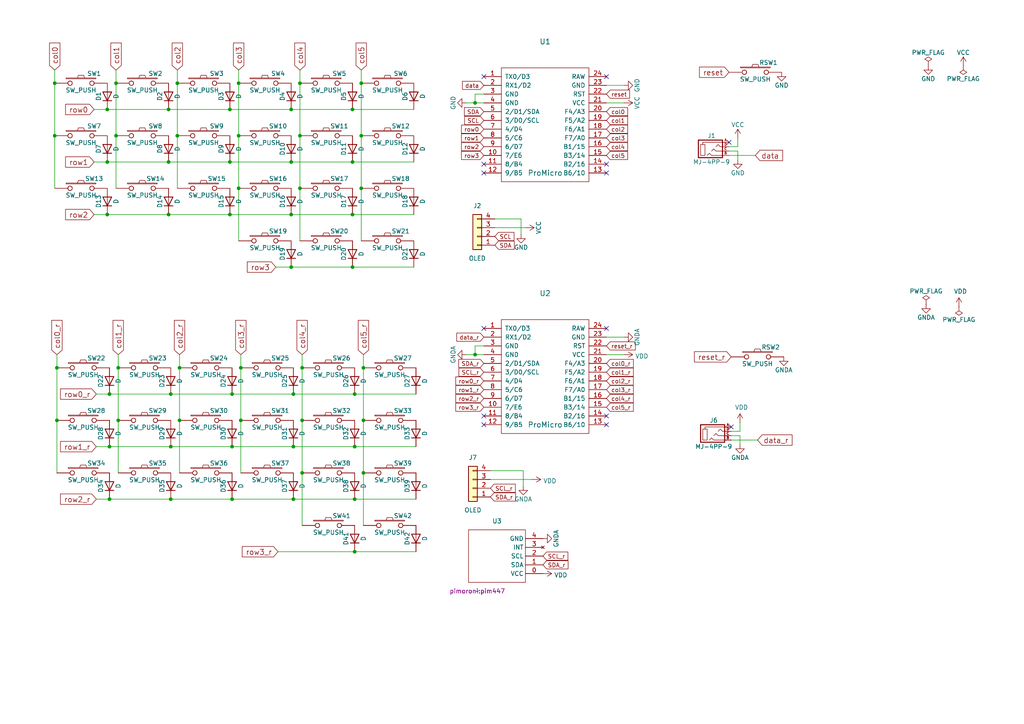
<source format=kicad_sch>
(kicad_sch (version 20230121) (generator eeschema)
  (paper "A4")
  (title_block (title "Corne Light") (date "2020-10-13") (rev "2.0") (company "foostan"))
  (lib_symbols
    (symbol "Connector_Generic:Conn_01x04" (pin_names (offset 1.016) hide)
      (property "Reference" "J" (at 0 5.08 0))
      (property "Value" "Conn_01x04" (at 0 -7.62 0))
      (symbol "Conn_01x04_1_1"
        (rectangle (start -1.27 -4.953) (end 0 -5.207) (stroke (width 0.1524)))
        (rectangle (start -1.27 -2.413) (end 0 -2.667) (stroke (width 0.1524)))
        (rectangle (start -1.27 0.127) (end 0 -0.127) (stroke (width 0.1524)))
        (rectangle (start -1.27 2.667) (end 0 2.413) (stroke (width 0.1524)))
        (rectangle (start -1.27 3.81) (end 1.27 -6.35) (stroke (width 0.254)) (fill (type background)))
        (pin passive line (at -5.08 2.54 0) (length 3.81) (name "Pin_1") (number "1"))
        (pin passive line (at -5.08 0 0) (length 3.81) (name "Pin_2") (number "2"))
        (pin passive line (at -5.08 -2.54 0) (length 3.81) (name "Pin_3") (number "3"))
        (pin passive line (at -5.08 -5.08 0) (length 3.81) (name "Pin_4") (number "4"))
      )
    )
    (symbol "Device:D" (pin_numbers hide) (pin_names (offset 1.016) hide)
      (property "Reference" "D" (at 0 2.54 0))
      (property "Value" "D" (at 0 -2.54 0))
      (symbol "D_0_1"
        (polyline (pts (xy -1.27 1.27) (xy -1.27 -1.27)) (stroke (width 0.254)))
        (polyline (pts (xy 1.27 0) (xy -1.27 0)))
        (polyline (pts (xy 1.27 1.27) (xy 1.27 -1.27) (xy -1.27 0) (xy 1.27 1.27)) (stroke (width 0.254)))
      )
      (symbol "D_1_1"
        (pin passive line (at -3.81 0 0) (length 2.54) (name "K") (number "1"))
        (pin passive line (at 3.81 0 180) (length 2.54) (name "A") (number "2"))
      )
    )
    (symbol "corne-light-rescue:MJ-4PP-9-kbd" (pin_names (offset 1.016))
      (property "Reference" "J" (at 0 3.81 0))
      (property "Value" "kbd_MJ-4PP-9" (at 0 -3.81 0))
      (symbol "MJ-4PP-9-kbd_0_1"
        (rectangle (start -1.905 -1.905) (end -3.175 1.27))
        (polyline (pts (xy -2.54 1.27) (xy -2.54 1.905) (xy 3.175 1.905)))
        (polyline (pts (xy -1.27 -1.905) (xy -0.635 -1.27) (xy 0 -1.905) (xy 3.175 -1.905)))
        (polyline (pts (xy 0 -0.635) (xy 0.635 0) (xy 1.27 -0.635) (xy 3.175 -0.635)))
        (polyline (pts (xy 1.27 0.635) (xy 1.905 1.27) (xy 2.54 0.635) (xy 3.175 0.635)))
        (rectangle (start 3.175 2.54) (end -3.81 -2.54) (stroke (width 0.3048)))
      )
      (symbol "MJ-4PP-9-kbd_1_1"
        (pin input line (at 5.08 1.905 180) (length 2.0066) (name "~") (number "A"))
        (pin input line (at 5.08 -1.905 180) (length 2.0066) (name "~") (number "B"))
        (pin input line (at 5.08 -0.635 180) (length 2.0066) (name "~") (number "C"))
        (pin input line (at 5.08 0.635 180) (length 2.0066) (name "~") (number "D"))
      )
    )
    (symbol "corne-light-rescue:ProMicro-kbd" (pin_names (offset 1.016))
      (property "Reference" "U" (at 0 19.05 0))
      (property "Value" "kbd_ProMicro" (at 0 -19.05 0))
      (symbol "ProMicro-kbd_0_1"
        (rectangle (start -12.7 16.51) (end 12.7 -16.51))
      )
      (symbol "ProMicro-kbd_1_1"
        (pin bidirectional line (at -17.78 13.97 0) (length 5.08) (name "TX0/D3") (number "1"))
        (pin bidirectional line (at -17.78 -8.89 0) (length 5.08) (name "7/E6") (number "10"))
        (pin bidirectional line (at -17.78 -11.43 0) (length 5.08) (name "8/B4") (number "11"))
        (pin bidirectional line (at -17.78 -13.97 0) (length 5.08) (name "9/B5") (number "12"))
        (pin bidirectional line (at 17.78 -13.97 180) (length 5.08) (name "B6/10") (number "13"))
        (pin bidirectional line (at 17.78 -11.43 180) (length 5.08) (name "B2/16") (number "14"))
        (pin bidirectional line (at 17.78 -8.89 180) (length 5.08) (name "B3/14") (number "15"))
        (pin bidirectional line (at 17.78 -6.35 180) (length 5.08) (name "B1/15") (number "16"))
        (pin bidirectional line (at 17.78 -3.81 180) (length 5.08) (name "F7/A0") (number "17"))
        (pin bidirectional line (at 17.78 -1.27 180) (length 5.08) (name "F6/A1") (number "18"))
        (pin bidirectional line (at 17.78 1.27 180) (length 5.08) (name "F5/A2") (number "19"))
        (pin bidirectional line (at -17.78 11.43 0) (length 5.08) (name "RX1/D2") (number "2"))
        (pin bidirectional line (at 17.78 3.81 180) (length 5.08) (name "F4/A3") (number "20"))
        (pin power_in line (at 17.78 6.35 180) (length 5.08) (name "VCC") (number "21"))
        (pin input line (at 17.78 8.89 180) (length 5.08) (name "RST") (number "22"))
        (pin power_in line (at 17.78 11.43 180) (length 5.08) (name "GND") (number "23"))
        (pin power_out line (at 17.78 13.97 180) (length 5.08) (name "RAW") (number "24"))
        (pin power_in line (at -17.78 8.89 0) (length 5.08) (name "GND") (number "3"))
        (pin power_in line (at -17.78 6.35 0) (length 5.08) (name "GND") (number "4"))
        (pin bidirectional line (at -17.78 3.81 0) (length 5.08) (name "2/D1/SDA") (number "5"))
        (pin bidirectional line (at -17.78 1.27 0) (length 5.08) (name "3/D0/SCL") (number "6"))
        (pin bidirectional line (at -17.78 -1.27 0) (length 5.08) (name "4/D4") (number "7"))
        (pin bidirectional line (at -17.78 -3.81 0) (length 5.08) (name "5/C6") (number "8"))
        (pin bidirectional line (at -17.78 -6.35 0) (length 5.08) (name "6/D7") (number "9"))
      )
    )
    (symbol "corne-light-rescue:SW_PUSH-kbd" (pin_numbers hide) (pin_names (offset 1.016) hide)
      (property "Reference" "SW" (at 3.81 2.794 0))
      (property "Value" "kbd_SW_PUSH" (at 0 -2.032 0))
      (symbol "SW_PUSH-kbd_0_1"
        (rectangle (start -4.318 1.27) (end 4.318 1.524))
        (polyline (pts (xy -1.016 1.524) (xy -0.762 2.286) (xy 0.762 2.286) (xy 1.016 1.524)))
        (pin passive inverted (at -7.62 0 0) (length 5.08) (name "1") (number "1"))
        (pin passive inverted (at 7.62 0 180) (length 5.08) (name "2") (number "2"))
      )
    )
    (symbol "pimoroni:PIM447"
      (property "Reference" "U" (at 0 19.05 0))
      (symbol "PIM447_0_1"
        (rectangle (start -13.97 16.51) (end 2.54 1.27))
      )
      (symbol "PIM447_1_1"
        (pin power_in line (at -19.05 13.97 0) (length 5.08) (name "VCC") (number "0"))
        (pin input line (at -19.05 11.43 0) (length 5.08) (name "SDA") (number "1"))
        (pin input line (at -19.05 8.89 0) (length 5.08) (name "SCL") (number "2"))
        (pin no_connect line (at -19.05 6.35 0) (length 5.08) (name "INT") (number "3"))
        (pin power_in line (at -19.05 3.81 0) (length 5.08) (name "GND") (number "4"))
      )
    )
    (symbol "power:GND" (power) (pin_names (offset 0))
      (property "Value" "GND" (at 0 -3.81 0))
      (symbol "GND_0_1"
        (polyline (pts (xy 0 0) (xy 0 -1.27) (xy 1.27 -1.27) (xy 0 -2.54) (xy -1.27 -1.27) (xy 0 -1.27)))
      )
      (symbol "GND_1_1"
        (pin power_in line (at 0 0 270) (length 0) hide (name "GND") (number "1"))
      )
    )
    (symbol "power:GNDA" (power) (pin_names (offset 0))
      (property "Value" "GNDA" (at 0 -3.81 0))
      (symbol "GNDA_0_1"
        (polyline (pts (xy 0 0) (xy 0 -1.27) (xy 1.27 -1.27) (xy 0 -2.54) (xy -1.27 -1.27) (xy 0 -1.27)))
      )
      (symbol "GNDA_1_1"
        (pin power_in line (at 0 0 270) (length 0) hide (name "GNDA") (number "1"))
      )
    )
    (symbol "power:PWR_FLAG" (power) (pin_numbers hide) (pin_names (offset 0) hide)
      (property "Value" "PWR_FLAG" (at 0 3.81 0))
      (symbol "PWR_FLAG_0_0"
        (pin power_out line (at 0 0 90) (length 0) (name "pwr") (number "1"))
      )
      (symbol "PWR_FLAG_0_1"
        (polyline (pts (xy 0 0) (xy 0 1.27) (xy -1.016 1.905) (xy 0 2.54) (xy 1.016 1.905) (xy 0 1.27)))
      )
    )
    (symbol "power:VCC" (power) (pin_names (offset 0))
      (property "Value" "VCC" (at 0 3.81 0))
      (symbol "VCC_0_1"
        (polyline (pts (xy -0.762 1.27) (xy 0 2.54)))
        (polyline (pts (xy 0 0) (xy 0 2.54)))
        (polyline (pts (xy 0 2.54) (xy 0.762 1.27)))
      )
      (symbol "VCC_1_1"
        (pin power_in line (at 0 0 90) (length 0) hide (name "VCC") (number "1"))
      )
    )
    (symbol "power:VDD" (power) (pin_names (offset 0))
      (property "Value" "VDD" (at 0 3.81 0))
      (symbol "VDD_0_1"
        (polyline (pts (xy -0.762 1.27) (xy 0 2.54)))
        (polyline (pts (xy 0 0) (xy 0 2.54)))
        (polyline (pts (xy 0 2.54) (xy 0.762 1.27)))
      )
      (symbol "VDD_1_1"
        (pin power_in line (at 0 0 90) (length 0) hide (name "VDD") (number "1"))
      )
    )
  )
  (junction (at 34.29 106.68))
  (junction (at 105.41 121.92))
  (junction (at 69.215 54.61))
  (junction (at 16.51 106.68))
  (junction (at 104.775 39.37))
  (junction (at 49.53 114.3))
  (junction (at 48.895 62.23))
  (junction (at 48.895 31.75))
  (junction (at 16.51 121.92))
  (junction (at 31.75 114.3))
  (junction (at 69.85 106.68))
  (junction (at 87.63 121.92))
  (junction (at 102.87 144.78))
  (junction (at 87.63 106.68))
  (junction (at 87.63 137.16))
  (junction (at 31.75 129.54))
  (junction (at 102.87 129.54))
  (junction (at 51.435 39.37))
  (junction (at 102.235 46.99))
  (junction (at 31.75 144.78))
  (junction (at 31.115 31.75))
  (junction (at 69.215 24.13))
  (junction (at 66.675 62.23))
  (junction (at 102.87 160.02))
  (junction (at 52.07 106.68))
  (junction (at 69.85 121.92))
  (junction (at 84.455 62.23))
  (junction (at 86.995 39.37))
  (junction (at 67.31 144.78))
  (junction (at 48.895 46.99))
  (junction (at 69.215 39.37))
  (junction (at 52.07 121.92))
  (junction (at 67.31 114.3))
  (junction (at 31.115 62.23))
  (junction (at 105.41 137.16))
  (junction (at 84.455 77.47))
  (junction (at 67.31 129.54))
  (junction (at 104.775 24.13))
  (junction (at 102.235 77.47))
  (junction (at 86.995 24.13))
  (junction (at 31.115 46.99))
  (junction (at 85.09 144.78))
  (junction (at 84.455 31.75))
  (junction (at 137.795 102.87))
  (junction (at 85.09 129.54))
  (junction (at 66.675 31.75))
  (junction (at 85.09 114.3))
  (junction (at 33.655 24.13))
  (junction (at 102.235 31.75))
  (junction (at 49.53 144.78))
  (junction (at 86.995 54.61))
  (junction (at 102.235 62.23))
  (junction (at 137.795 29.845))
  (junction (at 51.435 24.13))
  (junction (at 49.53 129.54))
  (junction (at 34.29 121.92))
  (junction (at 15.875 39.37))
  (junction (at 15.875 24.13))
  (junction (at 102.87 114.3))
  (junction (at 105.41 106.68))
  (junction (at 33.655 39.37))
  (junction (at 104.775 54.61))
  (junction (at 84.455 46.99))
  (junction (at 66.675 46.99))
  (no_connect (at 175.895 22.225))
  (no_connect (at 140.335 47.625))
  (no_connect (at 212.09 123.825))
  (no_connect (at 140.335 95.25))
  (no_connect (at 140.335 50.165))
  (no_connect (at 6.35 -20.955))
  (no_connect (at 175.895 123.19))
  (no_connect (at 175.895 47.625))
  (no_connect (at 175.895 50.165))
  (no_connect (at 175.895 120.65))
  (no_connect (at 211.455 41.275))
  (no_connect (at 140.335 120.65))
  (no_connect (at 140.335 22.225))
  (no_connect (at 175.895 95.25))
  (no_connect (at 140.335 123.19))
  (wire (pts (xy 69.85 106.68) (xy 69.85 121.92)))
  (wire (pts (xy 69.215 54.61) (xy 69.215 69.85)))
  (wire (pts (xy 34.29 102.87) (xy 34.29 106.68)))
  (wire (pts (xy 86.995 24.13) (xy 86.995 39.37)))
  (wire (pts (xy 175.895 29.845) (xy 180.975 29.845)))
  (wire (pts (xy 105.41 106.68) (xy 105.41 121.92)))
  (wire (pts (xy 212.09 125.095) (xy 214.63 125.095)))
  (wire (pts (xy 31.115 46.99) (xy 48.895 46.99)))
  (wire (pts (xy 15.875 20.32) (xy 15.875 24.13)))
  (wire (pts (xy 27.305 31.75) (xy 31.115 31.75)))
  (wire (pts (xy 140.335 100.33) (xy 137.795 100.33)))
  (wire (pts (xy 105.41 121.92) (xy 105.41 137.16)))
  (wire (pts (xy 140.335 27.305) (xy 137.795 27.305)))
  (wire (pts (xy 102.87 144.78) (xy 120.65 144.78)))
  (wire (pts (xy 102.235 77.47) (xy 120.015 77.47)))
  (wire (pts (xy 27.305 62.23) (xy 31.115 62.23)))
  (wire (pts (xy 102.87 129.54) (xy 120.65 129.54)))
  (wire (pts (xy 102.87 114.3) (xy 120.65 114.3)))
  (wire (pts (xy 80.645 160.02) (xy 102.87 160.02)))
  (wire (pts (xy 34.29 106.68) (xy 34.29 121.92)))
  (wire (pts (xy 31.75 129.54) (xy 49.53 129.54)))
  (wire (pts (xy 87.63 106.68) (xy 87.63 121.92)))
  (wire (pts (xy 151.13 67.945) (xy 151.13 63.5)))
  (wire (pts (xy 142.24 139.065) (xy 154.305 139.065)))
  (wire (pts (xy 49.53 129.54) (xy 67.31 129.54)))
  (wire (pts (xy 15.875 39.37) (xy 15.875 54.61)))
  (wire (pts (xy 31.115 31.75) (xy 48.895 31.75)))
  (wire (pts (xy 84.455 46.99) (xy 102.235 46.99)))
  (wire (pts (xy 102.235 46.99) (xy 120.015 46.99)))
  (wire (pts (xy 137.795 29.845) (xy 140.335 29.845)))
  (wire (pts (xy 175.895 24.765) (xy 180.975 24.765)))
  (wire (pts (xy 67.31 114.3) (xy 85.09 114.3)))
  (wire (pts (xy 105.41 102.87) (xy 105.41 106.68)))
  (wire (pts (xy 69.215 20.32) (xy 69.215 24.13)))
  (wire (pts (xy 213.995 42.545) (xy 213.995 40.005)))
  (wire (pts (xy 137.795 102.87) (xy 140.335 102.87)))
  (wire (pts (xy 31.115 62.23) (xy 48.895 62.23)))
  (wire (pts (xy 151.765 136.525) (xy 151.765 140.97)))
  (wire (pts (xy 67.31 144.78) (xy 85.09 144.78)))
  (wire (pts (xy 66.675 46.99) (xy 84.455 46.99)))
  (wire (pts (xy 211.455 42.545) (xy 213.995 42.545)))
  (wire (pts (xy 86.995 54.61) (xy 86.995 69.85)))
  (wire (pts (xy 212.09 127.635) (xy 219.71 127.635)))
  (wire (pts (xy 214.63 126.365) (xy 214.63 128.905)))
  (wire (pts (xy 85.09 129.54) (xy 102.87 129.54)))
  (wire (pts (xy 214.63 125.095) (xy 214.63 122.555)))
  (wire (pts (xy 86.995 39.37) (xy 86.995 54.61)))
  (wire (pts (xy 211.455 45.085) (xy 219.075 45.085)))
  (wire (pts (xy 27.94 129.54) (xy 31.75 129.54)))
  (wire (pts (xy 84.455 62.23) (xy 102.235 62.23)))
  (wire (pts (xy 16.51 121.92) (xy 16.51 137.16)))
  (wire (pts (xy 67.31 129.54) (xy 85.09 129.54)))
  (wire (pts (xy 85.09 114.3) (xy 102.87 114.3)))
  (wire (pts (xy 69.215 24.13) (xy 69.215 39.37)))
  (wire (pts (xy 27.94 144.78) (xy 31.75 144.78)))
  (wire (pts (xy 84.455 77.47) (xy 102.235 77.47)))
  (wire (pts (xy 87.63 102.87) (xy 87.63 106.68)))
  (wire (pts (xy 137.795 100.33) (xy 137.795 102.87)))
  (wire (pts (xy 66.675 62.23) (xy 84.455 62.23)))
  (wire (pts (xy 34.29 121.92) (xy 34.29 137.16)))
  (wire (pts (xy 16.51 102.87) (xy 16.51 106.68)))
  (wire (pts (xy 175.895 102.87) (xy 180.975 102.87)))
  (wire (pts (xy 27.94 114.3) (xy 31.75 114.3)))
  (wire (pts (xy 102.235 62.23) (xy 120.015 62.23)))
  (wire (pts (xy 135.255 102.87) (xy 137.795 102.87)))
  (wire (pts (xy 27.305 46.99) (xy 31.115 46.99)))
  (wire (pts (xy 142.24 136.525) (xy 151.765 136.525)))
  (wire (pts (xy 48.895 62.23) (xy 66.675 62.23)))
  (wire (pts (xy 104.775 39.37) (xy 104.775 54.61)))
  (wire (pts (xy 151.13 63.5) (xy 143.51 63.5)))
  (wire (pts (xy 137.795 27.305) (xy 137.795 29.845)))
  (wire (pts (xy 175.895 97.79) (xy 180.975 97.79)))
  (wire (pts (xy 135.255 29.845) (xy 137.795 29.845)))
  (wire (pts (xy 33.655 24.13) (xy 33.655 39.37)))
  (wire (pts (xy 51.435 20.32) (xy 51.435 24.13)))
  (wire (pts (xy 102.235 31.75) (xy 120.015 31.75)))
  (wire (pts (xy 69.85 121.92) (xy 69.85 137.16)))
  (wire (pts (xy 31.75 144.78) (xy 49.53 144.78)))
  (wire (pts (xy 104.775 24.13) (xy 104.775 39.37)))
  (wire (pts (xy 84.455 31.75) (xy 102.235 31.75)))
  (wire (pts (xy 143.51 66.04) (xy 152.4 66.04)))
  (wire (pts (xy 211.455 43.815) (xy 213.995 43.815)))
  (wire (pts (xy 52.07 121.92) (xy 52.07 137.16)))
  (wire (pts (xy 104.775 54.61) (xy 104.775 69.85)))
  (wire (pts (xy 49.53 114.3) (xy 67.31 114.3)))
  (wire (pts (xy 102.87 160.02) (xy 120.65 160.02)))
  (wire (pts (xy 48.895 46.99) (xy 66.675 46.99)))
  (wire (pts (xy 33.655 39.37) (xy 33.655 54.61)))
  (wire (pts (xy 51.435 39.37) (xy 51.435 54.61)))
  (wire (pts (xy 104.775 20.32) (xy 104.775 24.13)))
  (wire (pts (xy 87.63 121.92) (xy 87.63 137.16)))
  (wire (pts (xy 69.85 102.87) (xy 69.85 106.68)))
  (wire (pts (xy 48.895 31.75) (xy 66.675 31.75)))
  (wire (pts (xy 105.41 137.16) (xy 105.41 152.4)))
  (wire (pts (xy 16.51 106.68) (xy 16.51 121.92)))
  (wire (pts (xy 69.215 39.37) (xy 69.215 54.61)))
  (wire (pts (xy 52.07 102.87) (xy 52.07 106.68)))
  (wire (pts (xy 33.655 20.32) (xy 33.655 24.13)))
  (wire (pts (xy 80.01 77.47) (xy 84.455 77.47)))
  (wire (pts (xy 87.63 137.16) (xy 87.63 152.4)))
  (wire (pts (xy 86.995 20.32) (xy 86.995 24.13)))
  (wire (pts (xy 15.875 24.13) (xy 15.875 39.37)))
  (wire (pts (xy 66.675 31.75) (xy 84.455 31.75)))
  (wire (pts (xy 52.07 106.68) (xy 52.07 121.92)))
  (wire (pts (xy 51.435 24.13) (xy 51.435 39.37)))
  (wire (pts (xy 213.995 43.815) (xy 213.995 46.355)))
  (wire (pts (xy 85.09 144.78) (xy 102.87 144.78)))
  (wire (pts (xy 49.53 144.78) (xy 67.31 144.78)))
  (wire (pts (xy 31.75 114.3) (xy 49.53 114.3)))
  (wire (pts (xy 212.09 126.365) (xy 214.63 126.365)))
  (global_label "row2_r" (shape input) (at 140.335 115.57 180) (effects (font (size 1.1938 1.1938))) (property "Intersheetrefs" "${INTERSHEET_REFS}" (effects hide)))
  (global_label "row0_r" (shape input) (at 27.94 114.3 180) (effects (font (size 1.524 1.524))) (property "Intersheetrefs" "${INTERSHEET_REFS}" (effects hide)))
  (global_label "SCL" (shape input) (at 143.51 68.58 0) (effects (font (size 1.1938 1.1938))) (property "Intersheetrefs" "${INTERSHEET_REFS}" (effects hide)))
  (global_label "reset_r" (shape input) (at 212.09 103.505 180) (effects (font (size 1.524 1.524))) (property "Intersheetrefs" "${INTERSHEET_REFS}" (effects hide)))
  (global_label "SCL_r" (shape input) (at 142.24 141.605 0) (effects (font (size 1.1938 1.1938))) (property "Intersheetrefs" "${INTERSHEET_REFS}" (effects hide)))
  (global_label "col1" (shape input) (at 33.655 20.32 90) (effects (font (size 1.524 1.524))) (property "Intersheetrefs" "${INTERSHEET_REFS}" (effects hide)))
  (global_label "row1_r" (shape input) (at 27.94 129.54 180) (effects (font (size 1.524 1.524))) (property "Intersheetrefs" "${INTERSHEET_REFS}" (effects hide)))
  (global_label "data_r" (shape input) (at 219.71 127.635 0) (effects (font (size 1.524 1.524))) (property "Intersheetrefs" "${INTERSHEET_REFS}" (effects hide)))
  (global_label "reset" (shape input) (at 175.895 27.305 0) (effects (font (size 1.1938 1.1938))) (property "Intersheetrefs" "${INTERSHEET_REFS}" (effects hide)))
  (global_label "row0" (shape input) (at 27.305 31.75 180) (effects (font (size 1.524 1.524))) (property "Intersheetrefs" "${INTERSHEET_REFS}" (effects hide)))
  (global_label "row0" (shape input) (at 140.335 37.465 180) (effects (font (size 1.1938 1.1938))) (property "Intersheetrefs" "${INTERSHEET_REFS}" (effects hide)))
  (global_label "col1_r" (shape input) (at 175.895 107.95 0) (effects (font (size 1.1938 1.1938))) (property "Intersheetrefs" "${INTERSHEET_REFS}" (effects hide)))
  (global_label "col5" (shape input) (at 104.775 20.32 90) (effects (font (size 1.524 1.524))) (property "Intersheetrefs" "${INTERSHEET_REFS}" (effects hide)))
  (global_label "col4_r" (shape input) (at 87.63 102.87 90) (effects (font (size 1.524 1.524))) (property "Intersheetrefs" "${INTERSHEET_REFS}" (effects hide)))
  (global_label "SDA" (shape input) (at 140.335 32.385 180) (effects (font (size 1.1938 1.1938))) (property "Intersheetrefs" "${INTERSHEET_REFS}" (effects hide)))
  (global_label "col4_r" (shape input) (at 175.895 115.57 0) (effects (font (size 1.1938 1.1938))) (property "Intersheetrefs" "${INTERSHEET_REFS}" (effects hide)))
  (global_label "row2" (shape input) (at 27.305 62.23 180) (effects (font (size 1.524 1.524))) (property "Intersheetrefs" "${INTERSHEET_REFS}" (effects hide)))
  (global_label "row1" (shape input) (at 27.305 46.99 180) (effects (font (size 1.524 1.524))) (property "Intersheetrefs" "${INTERSHEET_REFS}" (effects hide)))
  (global_label "row3_r" (shape input) (at 80.645 160.02 180) (effects (font (size 1.524 1.524))) (property "Intersheetrefs" "${INTERSHEET_REFS}" (effects hide)))
  (global_label "col3_r" (shape input) (at 175.895 113.03 0) (effects (font (size 1.1938 1.1938))) (property "Intersheetrefs" "${INTERSHEET_REFS}" (effects hide)))
  (global_label "SDA" (shape input) (at 143.51 71.12 0) (effects (font (size 1.1938 1.1938))) (property "Intersheetrefs" "${INTERSHEET_REFS}" (effects hide)))
  (global_label "col0_r" (shape input) (at 175.895 105.41 0) (effects (font (size 1.1938 1.1938))) (property "Intersheetrefs" "${INTERSHEET_REFS}" (effects hide)))
  (global_label "col1_r" (shape input) (at 34.29 102.87 90) (effects (font (size 1.524 1.524))) (property "Intersheetrefs" "${INTERSHEET_REFS}" (effects hide)))
  (global_label "col0_r" (shape input) (at 16.51 102.87 90) (effects (font (size 1.524 1.524))) (property "Intersheetrefs" "${INTERSHEET_REFS}" (effects hide)))
  (global_label "col2_r" (shape input) (at 52.07 102.87 90) (effects (font (size 1.524 1.524))) (property "Intersheetrefs" "${INTERSHEET_REFS}" (effects hide)))
  (global_label "col1" (shape input) (at 175.895 34.925 0) (effects (font (size 1.1938 1.1938))) (property "Intersheetrefs" "${INTERSHEET_REFS}" (effects hide)))
  (global_label "row3_r" (shape input) (at 140.335 118.11 180) (effects (font (size 1.1938 1.1938))) (property "Intersheetrefs" "${INTERSHEET_REFS}" (effects hide)))
  (global_label "SCL_r" (shape input) (at 157.48 161.29 0) (effects (font (size 1.1938 1.1938))) (property "Intersheetrefs" "${INTERSHEET_REFS}" (effects hide)))
  (global_label "col3_r" (shape input) (at 69.85 102.87 90) (effects (font (size 1.524 1.524))) (property "Intersheetrefs" "${INTERSHEET_REFS}" (effects hide)))
  (global_label "col4" (shape input) (at 86.995 20.32 90) (effects (font (size 1.524 1.524))) (property "Intersheetrefs" "${INTERSHEET_REFS}" (effects hide)))
  (global_label "col4" (shape input) (at 175.895 42.545 0) (effects (font (size 1.1938 1.1938))) (property "Intersheetrefs" "${INTERSHEET_REFS}" (effects hide)))
  (global_label "col3" (shape input) (at 69.215 20.32 90) (effects (font (size 1.524 1.524))) (property "Intersheetrefs" "${INTERSHEET_REFS}" (effects hide)))
  (global_label "SCL" (shape input) (at 140.335 34.925 180) (effects (font (size 1.1938 1.1938))) (property "Intersheetrefs" "${INTERSHEET_REFS}" (effects hide)))
  (global_label "col5" (shape input) (at 175.895 45.085 0) (effects (font (size 1.1938 1.1938))) (property "Intersheetrefs" "${INTERSHEET_REFS}" (effects hide)))
  (global_label "col5_r" (shape input) (at 175.895 118.11 0) (effects (font (size 1.1938 1.1938))) (property "Intersheetrefs" "${INTERSHEET_REFS}" (effects hide)))
  (global_label "col5_r" (shape input) (at 105.41 102.87 90) (effects (font (size 1.524 1.524))) (property "Intersheetrefs" "${INTERSHEET_REFS}" (effects hide)))
  (global_label "SDA_r" (shape input) (at 157.48 163.83 0) (effects (font (size 1.1938 1.1938))) (property "Intersheetrefs" "${INTERSHEET_REFS}" (effects hide)))
  (global_label "col2_r" (shape input) (at 175.895 110.49 0) (effects (font (size 1.1938 1.1938))) (property "Intersheetrefs" "${INTERSHEET_REFS}" (effects hide)))
  (global_label "reset_r" (shape input) (at 175.895 100.33 0) (effects (font (size 1.1938 1.1938))) (property "Intersheetrefs" "${INTERSHEET_REFS}" (effects hide)))
  (global_label "row3" (shape input) (at 80.01 77.47 180) (effects (font (size 1.524 1.524))) (property "Intersheetrefs" "${INTERSHEET_REFS}" (effects hide)))
  (global_label "row2_r" (shape input) (at 27.94 144.78 180) (effects (font (size 1.524 1.524))) (property "Intersheetrefs" "${INTERSHEET_REFS}" (effects hide)))
  (global_label "col3" (shape input) (at 175.895 40.005 0) (effects (font (size 1.1938 1.1938))) (property "Intersheetrefs" "${INTERSHEET_REFS}" (effects hide)))
  (global_label "col2" (shape input) (at 175.895 37.465 0) (effects (font (size 1.1938 1.1938))) (property "Intersheetrefs" "${INTERSHEET_REFS}" (effects hide)))
  (global_label "reset" (shape input) (at 211.455 20.955 180) (effects (font (size 1.524 1.524))) (property "Intersheetrefs" "${INTERSHEET_REFS}" (effects hide)))
  (global_label "SCL_r" (shape input) (at 140.335 107.95 180) (effects (font (size 1.1938 1.1938))) (property "Intersheetrefs" "${INTERSHEET_REFS}" (effects hide)))
  (global_label "SDA_r" (shape input) (at 142.24 144.145 0) (effects (font (size 1.1938 1.1938))) (property "Intersheetrefs" "${INTERSHEET_REFS}" (effects hide)))
  (global_label "SDA_r" (shape input) (at 140.335 105.41 180) (effects (font (size 1.1938 1.1938))) (property "Intersheetrefs" "${INTERSHEET_REFS}" (effects hide)))
  (global_label "row0_r" (shape input) (at 140.335 110.49 180) (effects (font (size 1.1938 1.1938))) (property "Intersheetrefs" "${INTERSHEET_REFS}" (effects hide)))
  (global_label "data" (shape input) (at 219.075 45.085 0) (effects (font (size 1.524 1.524))) (property "Intersheetrefs" "${INTERSHEET_REFS}" (effects hide)))
  (global_label "row3" (shape input) (at 140.335 45.085 180) (effects (font (size 1.1938 1.1938))) (property "Intersheetrefs" "${INTERSHEET_REFS}" (effects hide)))
  (global_label "col0" (shape input) (at 15.875 20.32 90) (effects (font (size 1.524 1.524))) (property "Intersheetrefs" "${INTERSHEET_REFS}" (effects hide)))
  (global_label "data_r" (shape input) (at 140.335 97.79 180) (effects (font (size 1.1938 1.1938))) (property "Intersheetrefs" "${INTERSHEET_REFS}" (effects hide)))
  (global_label "row1" (shape input) (at 140.335 40.005 180) (effects (font (size 1.1938 1.1938))) (property "Intersheetrefs" "${INTERSHEET_REFS}" (effects hide)))
  (global_label "col2" (shape input) (at 51.435 20.32 90) (effects (font (size 1.524 1.524))) (property "Intersheetrefs" "${INTERSHEET_REFS}" (effects hide)))
  (global_label "col0" (shape input) (at 175.895 32.385 0) (effects (font (size 1.1938 1.1938))) (property "Intersheetrefs" "${INTERSHEET_REFS}" (effects hide)))
  (global_label "row1_r" (shape input) (at 140.335 113.03 180) (effects (font (size 1.1938 1.1938))) (property "Intersheetrefs" "${INTERSHEET_REFS}" (effects hide)))
  (global_label "row2" (shape input) (at 140.335 42.545 180) (effects (font (size 1.1938 1.1938))) (property "Intersheetrefs" "${INTERSHEET_REFS}" (effects hide)))
  (global_label "data" (shape input) (at 140.335 24.765 180) (effects (font (size 1.1938 1.1938))) (property "Intersheetrefs" "${INTERSHEET_REFS}" (effects hide)))
  (symbol (lib_id "corne-light-rescue:ProMicro-kbd") (at 158.115 36.195 0) (unit 1)
    (property "Reference" "U1" (at 158.115 12.065 0) (effects (font (size 1.524 1.524))))
    (property "Value" "ProMicro" (at 158.115 50.165 0) (effects (font (size 1.524 1.524))))
    (property "Footprint" "kbd:ProMicro_v3" (effects hide))
  )
  (symbol (lib_id "corne-light-rescue:SW_PUSH-kbd") (at 41.275 24.13 0) (unit 1)
    (property "Reference" "SW2" (at 45.085 21.336 0))
    (property "Value" "SW_PUSH" (at 41.275 26.162 0))
    (property "Footprint" "kbd:CherryMX_ChocV2_1u" (effects hide))
  )
  (symbol (lib_id "Device:D") (at 48.895 27.94 90) (unit 1)
    (property "Reference" "D2" (at 46.355 27.94 0))
    (property "Value" "D" (at 51.435 27.94 0))
    (property "Footprint" "kbd:D3_TH" (effects hide))
  )
  (symbol (lib_id "corne-light-rescue:SW_PUSH-kbd") (at 59.055 24.13 0) (unit 1)
    (property "Reference" "SW3" (at 62.865 21.336 0))
    (property "Value" "SW_PUSH" (at 59.055 26.162 0))
    (property "Footprint" "kbd:CherryMX_ChocV2_1u" (effects hide))
  )
  (symbol (lib_id "Device:D") (at 66.675 27.94 90) (unit 1)
    (property "Reference" "D3" (at 64.135 27.94 0))
    (property "Value" "D" (at 69.215 27.94 0))
    (property "Footprint" "kbd:D3_TH" (effects hide))
  )
  (symbol (lib_id "corne-light-rescue:SW_PUSH-kbd") (at 76.835 24.13 0) (unit 1)
    (property "Reference" "SW4" (at 80.645 21.336 0))
    (property "Value" "SW_PUSH" (at 76.835 26.162 0))
    (property "Footprint" "kbd:CherryMX_ChocV2_1u" (effects hide))
  )
  (symbol (lib_id "corne-light-rescue:SW_PUSH-kbd") (at 94.615 24.13 0) (unit 1)
    (property "Reference" "SW5" (at 98.425 21.336 0))
    (property "Value" "SW_PUSH" (at 94.615 26.162 0))
    (property "Footprint" "kbd:CherryMX_ChocV2_1u" (effects hide))
  )
  (symbol (lib_id "corne-light-rescue:SW_PUSH-kbd") (at 112.395 24.13 0) (unit 1)
    (property "Reference" "SW6" (at 116.205 21.336 0))
    (property "Value" "SW_PUSH" (at 112.395 26.162 0))
    (property "Footprint" "kbd:CherryMX_ChocV2_1u" (effects hide))
  )
  (symbol (lib_id "Device:D") (at 84.455 27.94 90) (unit 1)
    (property "Reference" "D4" (at 81.915 27.94 0))
    (property "Value" "D" (at 86.995 27.94 0))
    (property "Footprint" "kbd:D3_TH" (effects hide))
  )
  (symbol (lib_id "Device:D") (at 102.235 27.94 90) (unit 1)
    (property "Reference" "D5" (at 99.695 27.94 0))
    (property "Value" "D" (at 104.775 27.94 0))
    (property "Footprint" "kbd:D3_TH" (effects hide))
  )
  (symbol (lib_id "Device:D") (at 120.015 27.94 90) (unit 1)
    (property "Reference" "D6" (at 117.475 27.94 0))
    (property "Value" "D" (at 122.555 27.94 0))
    (property "Footprint" "kbd:D3_TH" (effects hide))
  )
  (symbol (lib_id "corne-light-rescue:SW_PUSH-kbd") (at 23.495 24.13 0) (unit 1)
    (property "Reference" "SW1" (at 27.305 21.336 0))
    (property "Value" "SW_PUSH" (at 23.495 26.162 0))
    (property "Footprint" "kbd:CherryMX_ChocV2_1u" (effects hide))
  )
  (symbol (lib_id "Device:D") (at 31.115 27.94 90) (unit 1)
    (property "Reference" "D1" (at 28.575 27.94 0))
    (property "Value" "D" (at 33.655 27.94 0))
    (property "Footprint" "kbd:D3_TH" (effects hide))
  )
  (symbol (lib_id "corne-light-rescue:SW_PUSH-kbd") (at 41.275 39.37 0) (unit 1)
    (property "Reference" "SW8" (at 45.085 36.576 0))
    (property "Value" "SW_PUSH" (at 41.275 41.402 0))
    (property "Footprint" "kbd:CherryMX_ChocV2_1u" (effects hide))
  )
  (symbol (lib_id "Device:D") (at 48.895 43.18 90) (unit 1)
    (property "Reference" "D8" (at 46.355 43.18 0))
    (property "Value" "D" (at 51.435 43.18 0))
    (property "Footprint" "kbd:D3_TH" (effects hide))
  )
  (symbol (lib_id "corne-light-rescue:SW_PUSH-kbd") (at 59.055 39.37 0) (unit 1)
    (property "Reference" "SW9" (at 62.865 36.576 0))
    (property "Value" "SW_PUSH" (at 59.055 41.402 0))
    (property "Footprint" "kbd:CherryMX_ChocV2_1u" (effects hide))
  )
  (symbol (lib_id "Device:D") (at 66.675 43.18 90) (unit 1)
    (property "Reference" "D9" (at 64.135 43.18 0))
    (property "Value" "D" (at 69.215 43.18 0))
    (property "Footprint" "kbd:D3_TH" (effects hide))
  )
  (symbol (lib_id "corne-light-rescue:SW_PUSH-kbd") (at 76.835 39.37 0) (unit 1)
    (property "Reference" "SW10" (at 80.645 36.576 0))
    (property "Value" "SW_PUSH" (at 76.835 41.402 0))
    (property "Footprint" "kbd:CherryMX_ChocV2_1u" (effects hide))
  )
  (symbol (lib_id "corne-light-rescue:SW_PUSH-kbd") (at 94.615 39.37 0) (unit 1)
    (property "Reference" "SW11" (at 98.425 36.576 0))
    (property "Value" "SW_PUSH" (at 94.615 41.402 0))
    (property "Footprint" "kbd:CherryMX_ChocV2_1u" (effects hide))
  )
  (symbol (lib_id "corne-light-rescue:SW_PUSH-kbd") (at 112.395 39.37 0) (unit 1)
    (property "Reference" "SW12" (at 116.205 36.576 0))
    (property "Value" "SW_PUSH" (at 112.395 41.402 0))
    (property "Footprint" "kbd:CherryMX_ChocV2_1u" (effects hide))
  )
  (symbol (lib_id "Device:D") (at 84.455 43.18 90) (unit 1)
    (property "Reference" "D10" (at 81.915 43.18 0))
    (property "Value" "D" (at 86.995 43.18 0))
    (property "Footprint" "kbd:D3_TH" (effects hide))
  )
  (symbol (lib_id "Device:D") (at 102.235 43.18 90) (unit 1)
    (property "Reference" "D11" (at 99.695 43.18 0))
    (property "Value" "D" (at 104.775 43.18 0))
    (property "Footprint" "kbd:D3_TH" (effects hide))
  )
  (symbol (lib_id "Device:D") (at 120.015 43.18 90) (unit 1)
    (property "Reference" "D12" (at 117.475 43.18 0))
    (property "Value" "D" (at 122.555 43.18 0))
    (property "Footprint" "kbd:D3_TH" (effects hide))
  )
  (symbol (lib_id "corne-light-rescue:SW_PUSH-kbd") (at 23.495 39.37 0) (unit 1)
    (property "Reference" "SW7" (at 27.305 36.576 0))
    (property "Value" "SW_PUSH" (at 23.495 41.402 0))
    (property "Footprint" "kbd:CherryMX_ChocV2_1u" (effects hide))
  )
  (symbol (lib_id "Device:D") (at 31.115 43.18 90) (unit 1)
    (property "Reference" "D7" (at 28.575 43.18 0))
    (property "Value" "D" (at 33.655 43.18 0))
    (property "Footprint" "kbd:D3_TH" (effects hide))
  )
  (symbol (lib_id "corne-light-rescue:SW_PUSH-kbd") (at 41.275 54.61 0) (unit 1)
    (property "Reference" "SW14" (at 45.085 51.816 0))
    (property "Value" "SW_PUSH" (at 41.275 56.642 0))
    (property "Footprint" "kbd:CherryMX_ChocV2_1u" (effects hide))
  )
  (symbol (lib_id "Device:D") (at 48.895 58.42 90) (unit 1)
    (property "Reference" "D14" (at 46.355 58.42 0))
    (property "Value" "D" (at 51.435 58.42 0))
    (property "Footprint" "kbd:D3_TH" (effects hide))
  )
  (symbol (lib_id "corne-light-rescue:SW_PUSH-kbd") (at 59.055 54.61 0) (unit 1)
    (property "Reference" "SW15" (at 62.865 51.816 0))
    (property "Value" "SW_PUSH" (at 59.055 56.642 0))
    (property "Footprint" "kbd:CherryMX_ChocV2_1u" (effects hide))
  )
  (symbol (lib_id "Device:D") (at 66.675 58.42 90) (unit 1)
    (property "Reference" "D15" (at 64.135 58.42 0))
    (property "Value" "D" (at 69.215 58.42 0))
    (property "Footprint" "kbd:D3_TH" (effects hide))
  )
  (symbol (lib_id "corne-light-rescue:SW_PUSH-kbd") (at 76.835 54.61 0) (unit 1)
    (property "Reference" "SW16" (at 80.645 51.816 0))
    (property "Value" "SW_PUSH" (at 76.835 56.642 0))
    (property "Footprint" "kbd:CherryMX_ChocV2_1u" (effects hide))
  )
  (symbol (lib_id "corne-light-rescue:SW_PUSH-kbd") (at 94.615 54.61 0) (unit 1)
    (property "Reference" "SW17" (at 98.425 51.816 0))
    (property "Value" "SW_PUSH" (at 94.615 56.642 0))
    (property "Footprint" "kbd:CherryMX_ChocV2_1u" (effects hide))
  )
  (symbol (lib_id "corne-light-rescue:SW_PUSH-kbd") (at 112.395 54.61 0) (unit 1)
    (property "Reference" "SW18" (at 116.205 51.816 0))
    (property "Value" "SW_PUSH" (at 112.395 56.642 0))
    (property "Footprint" "kbd:CherryMX_ChocV2_1u" (effects hide))
  )
  (symbol (lib_id "Device:D") (at 84.455 58.42 90) (unit 1)
    (property "Reference" "D16" (at 81.915 58.42 0))
    (property "Value" "D" (at 86.995 58.42 0))
    (property "Footprint" "kbd:D3_TH" (effects hide))
  )
  (symbol (lib_id "Device:D") (at 102.235 58.42 90) (unit 1)
    (property "Reference" "D17" (at 99.695 58.42 0))
    (property "Value" "D" (at 104.775 58.42 0))
    (property "Footprint" "kbd:D3_TH" (effects hide))
  )
  (symbol (lib_id "Device:D") (at 120.015 58.42 90) (unit 1)
    (property "Reference" "D18" (at 117.475 58.42 0))
    (property "Value" "D" (at 122.555 58.42 0))
    (property "Footprint" "kbd:D3_TH" (effects hide))
  )
  (symbol (lib_id "corne-light-rescue:SW_PUSH-kbd") (at 23.495 54.61 0) (unit 1)
    (property "Reference" "SW13" (at 27.305 51.816 0))
    (property "Value" "SW_PUSH" (at 23.495 56.642 0))
    (property "Footprint" "kbd:CherryMX_ChocV2_1u" (effects hide))
  )
  (symbol (lib_id "Device:D") (at 31.115 58.42 90) (unit 1)
    (property "Reference" "D13" (at 28.575 58.42 0))
    (property "Value" "D" (at 33.655 58.42 0))
    (property "Footprint" "kbd:D3_TH" (effects hide))
  )
  (symbol (lib_id "corne-light-rescue:SW_PUSH-kbd") (at 94.615 69.85 0) (unit 1)
    (property "Reference" "SW20" (at 98.425 67.056 0))
    (property "Value" "SW_PUSH" (at 94.615 71.882 0))
    (property "Footprint" "kbd:CherryMX_ChocV2_1u" (effects hide))
  )
  (symbol (lib_id "Device:D") (at 102.235 73.66 90) (unit 1)
    (property "Reference" "D20" (at 99.695 73.66 0))
    (property "Value" "D" (at 104.775 73.66 0))
    (property "Footprint" "kbd:D3_TH" (effects hide))
  )
  (symbol (lib_id "corne-light-rescue:SW_PUSH-kbd") (at 112.395 69.85 0) (unit 1)
    (property "Reference" "SW21" (at 116.205 67.056 0))
    (property "Value" "SW_PUSH" (at 112.395 71.882 0))
    (property "Footprint" "kbd:CherryMX_ChocV2_1.5u" (effects hide))
  )
  (symbol (lib_id "Device:D") (at 120.015 73.66 90) (unit 1)
    (property "Reference" "D21" (at 117.475 73.66 0))
    (property "Value" "D" (at 122.555 73.66 0))
    (property "Footprint" "kbd:D3_TH" (effects hide))
  )
  (symbol (lib_id "corne-light-rescue:SW_PUSH-kbd") (at 76.835 69.85 0) (unit 1)
    (property "Reference" "SW19" (at 80.645 67.056 0))
    (property "Value" "SW_PUSH" (at 76.835 71.882 0))
    (property "Footprint" "kbd:CherryMX_ChocV2_1u" (effects hide))
  )
  (symbol (lib_id "Device:D") (at 84.455 73.66 90) (unit 1)
    (property "Reference" "D19" (at 81.915 73.66 0))
    (property "Value" "D" (at 86.995 73.66 0))
    (property "Footprint" "kbd:D3_TH" (effects hide))
  )
  (symbol (lib_id "power:GND") (at 180.975 24.765 90) (unit 1)
    (property "Reference" "#PWR03" (effects hide))
    (property "Value" "GND" (at 184.785 24.765 0))
  )
  (symbol (lib_id "power:VCC") (at 180.975 29.845 270) (unit 1)
    (property "Reference" "#PWR05" (effects hide))
    (property "Value" "VCC" (at 184.785 29.845 0))
  )
  (symbol (lib_id "power:GND") (at 135.255 29.845 270) (unit 1)
    (property "Reference" "#PWR04" (effects hide))
    (property "Value" "GND" (at 131.445 29.845 0))
  )
  (symbol (lib_id "power:GND") (at 269.24 19.05 0) (unit 1)
    (property "Reference" "#PWR01" (effects hide))
    (property "Value" "GND" (at 269.24 22.86 0))
  )
  (symbol (lib_id "power:VCC") (at 279.4 19.05 0) (unit 1)
    (property "Reference" "#PWR02" (effects hide))
    (property "Value" "VCC" (at 279.4 15.24 0))
  )
  (symbol (lib_id "power:PWR_FLAG") (at 279.4 19.05 180) (unit 1)
    (property "Reference" "#FLG02" (effects hide))
    (property "Value" "PWR_FLAG" (at 279.4 22.86 0))
  )
  (symbol (lib_id "power:PWR_FLAG") (at 269.24 19.05 0) (unit 1)
    (property "Reference" "#FLG01" (effects hide))
    (property "Value" "PWR_FLAG" (at 269.24 15.24 0))
  )
  (symbol (lib_id "corne-light-rescue:SW_PUSH-kbd") (at 219.075 20.955 0) (unit 1)
    (property "Reference" "RSW1" (at 222.885 18.161 0))
    (property "Value" "SW_PUSH" (at 219.075 22.987 0))
    (property "Footprint" "kbd:ResetSW_1side" (effects hide))
  )
  (symbol (lib_id "power:GND") (at 226.695 20.955 0) (unit 1)
    (property "Reference" "#PWR07" (effects hide))
    (property "Value" "GND" (at 226.695 24.765 0))
  )
  (symbol (lib_id "power:VCC") (at 213.995 40.005 0) (unit 1)
    (property "Reference" "#PWR06" (effects hide))
    (property "Value" "VCC" (at 213.995 36.195 0))
  )
  (symbol (lib_id "power:GND") (at 213.995 46.355 0) (unit 1)
    (property "Reference" "#PWR08" (effects hide))
    (property "Value" "GND" (at 213.995 50.165 0))
  )
  (symbol (lib_id "Connector_Generic:Conn_01x04") (at 138.43 68.58 180) (unit 1)
    (property "Reference" "J2" (at 138.43 59.69 0))
    (property "Value" "OLED" (at 138.43 74.93 0))
    (property "Footprint" "kbd:OLED_1side" (effects hide))
  )
  (symbol (lib_id "power:GND") (at 151.13 67.945 0) (unit 1)
    (property "Reference" "#PWR019" (effects hide))
    (property "Value" "GND" (at 151.13 71.755 0))
  )
  (symbol (lib_id "power:VCC") (at 152.4 66.04 270) (unit 1)
    (property "Reference" "#PWR018" (effects hide))
    (property "Value" "VCC" (at 156.21 66.04 0))
  )
  (symbol (lib_id "corne-light-rescue:MJ-4PP-9-kbd") (at 206.375 43.18 0) (unit 1)
    (property "Reference" "J1" (at 206.375 39.37 0))
    (property "Value" "MJ-4PP-9" (at 206.375 46.99 0))
    (property "Footprint" "kbd:MJ-4PP-9_1side" (effects hide))
  )
  (symbol (lib_id "corne-light-rescue:ProMicro-kbd") (at 158.115 109.22 0) (unit 1)
    (property "Reference" "U2" (at 158.115 85.09 0) (effects (font (size 1.524 1.524))))
    (property "Value" "ProMicro" (at 158.115 123.19 0) (effects (font (size 1.524 1.524))))
    (property "Footprint" "kbd:ProMicro_v3" (effects hide))
  )
  (symbol (lib_id "corne-light-rescue:SW_PUSH-kbd") (at 41.91 106.68 0) (unit 1)
    (property "Reference" "SW23" (at 45.72 103.886 0))
    (property "Value" "SW_PUSH" (at 41.91 108.712 0))
    (property "Footprint" "kbd:CherryMX_ChocV2_1u" (effects hide))
  )
  (symbol (lib_id "Device:D") (at 49.53 110.49 90) (unit 1)
    (property "Reference" "D23" (at 46.99 110.49 0))
    (property "Value" "D" (at 52.07 110.49 0))
    (property "Footprint" "kbd:D3_TH" (effects hide))
  )
  (symbol (lib_id "corne-light-rescue:SW_PUSH-kbd") (at 59.69 106.68 0) (unit 1)
    (property "Reference" "SW24" (at 63.5 103.886 0))
    (property "Value" "SW_PUSH" (at 59.69 108.712 0))
    (property "Footprint" "kbd:CherryMX_ChocV2_1u" (effects hide))
  )
  (symbol (lib_id "Device:D") (at 67.31 110.49 90) (unit 1)
    (property "Reference" "D24" (at 64.77 110.49 0))
    (property "Value" "D" (at 69.85 110.49 0))
    (property "Footprint" "kbd:D3_TH" (effects hide))
  )
  (symbol (lib_id "corne-light-rescue:SW_PUSH-kbd") (at 77.47 106.68 0) (unit 1)
    (property "Reference" "SW25" (at 81.28 103.886 0))
    (property "Value" "SW_PUSH" (at 77.47 108.712 0))
    (property "Footprint" "kbd:CherryMX_ChocV2_1u" (effects hide))
  )
  (symbol (lib_id "corne-light-rescue:SW_PUSH-kbd") (at 95.25 106.68 0) (unit 1)
    (property "Reference" "SW26" (at 99.06 103.886 0))
    (property "Value" "SW_PUSH" (at 95.25 108.712 0))
    (property "Footprint" "kbd:CherryMX_ChocV2_1u" (effects hide))
  )
  (symbol (lib_id "corne-light-rescue:SW_PUSH-kbd") (at 113.03 106.68 0) (unit 1)
    (property "Reference" "SW27" (at 116.84 103.886 0))
    (property "Value" "SW_PUSH" (at 113.03 108.712 0))
    (property "Footprint" "kbd:CherryMX_ChocV2_1u" (effects hide))
  )
  (symbol (lib_id "Device:D") (at 85.09 110.49 90) (unit 1)
    (property "Reference" "D25" (at 82.55 110.49 0))
    (property "Value" "D" (at 87.63 110.49 0))
    (property "Footprint" "kbd:D3_TH" (effects hide))
  )
  (symbol (lib_id "Device:D") (at 102.87 110.49 90) (unit 1)
    (property "Reference" "D26" (at 100.33 110.49 0))
    (property "Value" "D" (at 105.41 110.49 0))
    (property "Footprint" "kbd:D3_TH" (effects hide))
  )
  (symbol (lib_id "Device:D") (at 120.65 110.49 90) (unit 1)
    (property "Reference" "D27" (at 118.11 110.49 0))
    (property "Value" "D" (at 123.19 110.49 0))
    (property "Footprint" "kbd:D3_TH" (effects hide))
  )
  (symbol (lib_id "corne-light-rescue:SW_PUSH-kbd") (at 24.13 106.68 0) (unit 1)
    (property "Reference" "SW22" (at 27.94 103.886 0))
    (property "Value" "SW_PUSH" (at 24.13 108.712 0))
    (property "Footprint" "kbd:CherryMX_ChocV2_1u" (effects hide))
  )
  (symbol (lib_id "Device:D") (at 31.75 110.49 90) (unit 1)
    (property "Reference" "D22" (at 29.21 110.49 0))
    (property "Value" "D" (at 34.29 110.49 0))
    (property "Footprint" "kbd:D3_TH" (effects hide))
  )
  (symbol (lib_id "corne-light-rescue:SW_PUSH-kbd") (at 41.91 121.92 0) (unit 1)
    (property "Reference" "SW29" (at 45.72 119.126 0))
    (property "Value" "SW_PUSH" (at 41.91 123.952 0))
    (property "Footprint" "kbd:CherryMX_ChocV2_1u" (effects hide))
  )
  (symbol (lib_id "Device:D") (at 49.53 125.73 90) (unit 1)
    (property "Reference" "D29" (at 46.99 125.73 0))
    (property "Value" "D" (at 52.07 125.73 0))
    (property "Footprint" "kbd:D3_TH" (effects hide))
  )
  (symbol (lib_id "corne-light-rescue:SW_PUSH-kbd") (at 59.69 121.92 0) (unit 1)
    (property "Reference" "SW30" (at 63.5 119.126 0))
    (property "Value" "SW_PUSH" (at 59.69 123.952 0))
    (property "Footprint" "kbd:CherryMX_ChocV2_1u" (effects hide))
  )
  (symbol (lib_id "Device:D") (at 67.31 125.73 90) (unit 1)
    (property "Reference" "D30" (at 64.77 125.73 0))
    (property "Value" "D" (at 69.85 125.73 0))
    (property "Footprint" "kbd:D3_TH" (effects hide))
  )
  (symbol (lib_id "corne-light-rescue:SW_PUSH-kbd") (at 77.47 121.92 0) (unit 1)
    (property "Reference" "SW31" (at 81.28 119.126 0))
    (property "Value" "SW_PUSH" (at 77.47 123.952 0))
    (property "Footprint" "kbd:CherryMX_ChocV2_1u" (effects hide))
  )
  (symbol (lib_id "corne-light-rescue:SW_PUSH-kbd") (at 95.25 121.92 0) (unit 1)
    (property "Reference" "SW32" (at 99.06 119.126 0))
    (property "Value" "SW_PUSH" (at 95.25 123.952 0))
    (property "Footprint" "kbd:CherryMX_ChocV2_1u" (effects hide))
  )
  (symbol (lib_id "corne-light-rescue:SW_PUSH-kbd") (at 113.03 121.92 0) (unit 1)
    (property "Reference" "SW33" (at 116.84 119.126 0))
    (property "Value" "SW_PUSH" (at 113.03 123.952 0))
    (property "Footprint" "kbd:CherryMX_ChocV2_1u" (effects hide))
  )
  (symbol (lib_id "Device:D") (at 85.09 125.73 90) (unit 1)
    (property "Reference" "D31" (at 82.55 125.73 0))
    (property "Value" "D" (at 87.63 125.73 0))
    (property "Footprint" "kbd:D3_TH" (effects hide))
  )
  (symbol (lib_id "Device:D") (at 102.87 125.73 90) (unit 1)
    (property "Reference" "D32" (at 100.33 125.73 0))
    (property "Value" "D" (at 105.41 125.73 0))
    (property "Footprint" "kbd:D3_TH" (effects hide))
  )
  (symbol (lib_id "Device:D") (at 120.65 125.73 90) (unit 1)
    (property "Reference" "D33" (at 118.11 125.73 0))
    (property "Value" "D" (at 123.19 125.73 0))
    (property "Footprint" "kbd:D3_TH" (effects hide))
  )
  (symbol (lib_id "corne-light-rescue:SW_PUSH-kbd") (at 24.13 121.92 0) (unit 1)
    (property "Reference" "SW28" (at 27.94 119.126 0))
    (property "Value" "SW_PUSH" (at 24.13 123.952 0))
    (property "Footprint" "kbd:CherryMX_ChocV2_1u" (effects hide))
  )
  (symbol (lib_id "Device:D") (at 31.75 125.73 90) (unit 1)
    (property "Reference" "D28" (at 29.21 125.73 0))
    (property "Value" "D" (at 34.29 125.73 0))
    (property "Footprint" "kbd:D3_TH" (effects hide))
  )
  (symbol (lib_id "corne-light-rescue:SW_PUSH-kbd") (at 41.91 137.16 0) (unit 1)
    (property "Reference" "SW35" (at 45.72 134.366 0))
    (property "Value" "SW_PUSH" (at 41.91 139.192 0))
    (property "Footprint" "kbd:CherryMX_ChocV2_1u" (effects hide))
  )
  (symbol (lib_id "Device:D") (at 49.53 140.97 90) (unit 1)
    (property "Reference" "D35" (at 46.99 140.97 0))
    (property "Value" "D" (at 52.07 140.97 0))
    (property "Footprint" "kbd:D3_TH" (effects hide))
  )
  (symbol (lib_id "corne-light-rescue:SW_PUSH-kbd") (at 59.69 137.16 0) (unit 1)
    (property "Reference" "SW36" (at 63.5 134.366 0))
    (property "Value" "SW_PUSH" (at 59.69 139.192 0))
    (property "Footprint" "kbd:CherryMX_ChocV2_1u" (effects hide))
  )
  (symbol (lib_id "Device:D") (at 67.31 140.97 90) (unit 1)
    (property "Reference" "D36" (at 64.77 140.97 0))
    (property "Value" "D" (at 69.85 140.97 0))
    (property "Footprint" "kbd:D3_TH" (effects hide))
  )
  (symbol (lib_id "corne-light-rescue:SW_PUSH-kbd") (at 77.47 137.16 0) (unit 1)
    (property "Reference" "SW37" (at 81.28 134.366 0))
    (property "Value" "SW_PUSH" (at 77.47 139.192 0))
    (property "Footprint" "kbd:CherryMX_ChocV2_1u" (effects hide))
  )
  (symbol (lib_id "corne-light-rescue:SW_PUSH-kbd") (at 95.25 137.16 0) (unit 1)
    (property "Reference" "SW38" (at 99.06 134.366 0))
    (property "Value" "SW_PUSH" (at 95.25 139.192 0))
    (property "Footprint" "kbd:CherryMX_ChocV2_1u" (effects hide))
  )
  (symbol (lib_id "corne-light-rescue:SW_PUSH-kbd") (at 113.03 137.16 0) (unit 1)
    (property "Reference" "SW39" (at 116.84 134.366 0))
    (property "Value" "SW_PUSH" (at 113.03 139.192 0))
    (property "Footprint" "kbd:CherryMX_ChocV2_1u" (effects hide))
  )
  (symbol (lib_id "Device:D") (at 85.09 140.97 90) (unit 1)
    (property "Reference" "D37" (at 82.55 140.97 0))
    (property "Value" "D" (at 87.63 140.97 0))
    (property "Footprint" "kbd:D3_TH" (effects hide))
  )
  (symbol (lib_id "Device:D") (at 102.87 140.97 90) (unit 1)
    (property "Reference" "D38" (at 100.33 140.97 0))
    (property "Value" "D" (at 105.41 140.97 0))
    (property "Footprint" "kbd:D3_TH" (effects hide))
  )
  (symbol (lib_id "Device:D") (at 120.65 140.97 90) (unit 1)
    (property "Reference" "D39" (at 118.11 140.97 0))
    (property "Value" "D" (at 123.19 140.97 0))
    (property "Footprint" "kbd:D3_TH" (effects hide))
  )
  (symbol (lib_id "corne-light-rescue:SW_PUSH-kbd") (at 24.13 137.16 0) (unit 1)
    (property "Reference" "SW34" (at 27.94 134.366 0))
    (property "Value" "SW_PUSH" (at 24.13 139.192 0))
    (property "Footprint" "kbd:CherryMX_ChocV2_1u" (effects hide))
  )
  (symbol (lib_id "Device:D") (at 31.75 140.97 90) (unit 1)
    (property "Reference" "D34" (at 29.21 140.97 0))
    (property "Value" "D" (at 34.29 140.97 0))
    (property "Footprint" "kbd:D3_TH" (effects hide))
  )
  (symbol (lib_id "corne-light-rescue:SW_PUSH-kbd") (at 95.25 152.4 0) (unit 1)
    (property "Reference" "SW41" (at 99.06 149.606 0))
    (property "Value" "SW_PUSH" (at 95.25 154.432 0))
    (property "Footprint" "kbd:CherryMX_ChocV2_1u" (effects hide))
  )
  (symbol (lib_id "Device:D") (at 102.87 156.21 90) (unit 1)
    (property "Reference" "D41" (at 100.33 156.21 0))
    (property "Value" "D" (at 105.41 156.21 0))
    (property "Footprint" "kbd:D3_TH" (effects hide))
  )
  (symbol (lib_id "corne-light-rescue:SW_PUSH-kbd") (at 113.03 152.4 0) (unit 1)
    (property "Reference" "SW42" (at 116.84 149.606 0))
    (property "Value" "SW_PUSH" (at 113.03 154.432 0))
    (property "Footprint" "kbd:CherryMX_ChocV2_1.5u" (effects hide))
  )
  (symbol (lib_id "Device:D") (at 120.65 156.21 90) (unit 1)
    (property "Reference" "D42" (at 118.11 156.21 0))
    (property "Value" "D" (at 123.19 156.21 0))
    (property "Footprint" "kbd:D3_TH" (effects hide))
  )
  (symbol (lib_id "power:GNDA") (at 180.975 97.79 90) (unit 1)
    (property "Reference" "#PWR0101" (effects hide))
    (property "Value" "GNDA" (at 184.785 97.79 0))
  )
  (symbol (lib_id "power:GNDA") (at 135.255 102.87 270) (unit 1)
    (property "Reference" "#PWR0102" (effects hide))
    (property "Value" "GNDA" (at 131.445 102.87 0))
  )
  (symbol (lib_id "corne-light-rescue:SW_PUSH-kbd") (at 219.71 103.505 0) (unit 1)
    (property "Reference" "RSW2" (at 223.52 100.711 0))
    (property "Value" "SW_PUSH" (at 219.71 105.537 0))
    (property "Footprint" "kbd:ResetSW_1side" (effects hide))
  )
  (symbol (lib_id "power:GNDA") (at 227.33 103.505 0) (unit 1)
    (property "Reference" "#PWR0103" (effects hide))
    (property "Value" "GNDA" (at 227.33 107.315 0))
  )
  (symbol (lib_id "power:GNDA") (at 214.63 128.905 0) (unit 1)
    (property "Reference" "#PWR0105" (effects hide))
    (property "Value" "GNDA" (at 214.63 132.715 0))
  )
  (symbol (lib_id "Connector_Generic:Conn_01x04") (at 137.16 141.605 180) (unit 1)
    (property "Reference" "J7" (at 137.16 132.715 0))
    (property "Value" "OLED" (at 137.16 147.955 0))
    (property "Footprint" "kbd:OLED_1side" (effects hide))
  )
  (symbol (lib_id "power:GNDA") (at 151.765 140.97 0) (unit 1)
    (property "Reference" "#PWR0106" (effects hide))
    (property "Value" "GNDA" (at 151.765 144.78 0))
  )
  (symbol (lib_id "corne-light-rescue:MJ-4PP-9-kbd") (at 207.01 125.73 0) (unit 1)
    (property "Reference" "J6" (at 207.01 121.92 0))
    (property "Value" "MJ-4PP-9" (at 207.01 129.54 0))
    (property "Footprint" "kbd:MJ-4PP-9_1side" (effects hide))
  )
  (symbol (lib_id "power:VDD") (at 180.975 102.87 270) (unit 1)
    (property "Reference" "#PWR0104" (effects hide))
    (property "Value" "VDD" (at 184.2262 103.3018 90) (effects (justify left)))
  )
  (symbol (lib_id "power:VDD") (at 154.305 139.065 270) (unit 1)
    (property "Reference" "#PWR0107" (effects hide))
    (property "Value" "VDD" (at 157.5562 139.4968 90) (effects (justify left)))
  )
  (symbol (lib_id "power:VDD") (at 214.63 122.555 0) (unit 1)
    (property "Reference" "#PWR0113" (effects hide))
    (property "Value" "VDD" (at 215.0618 118.1608 0))
  )
  (symbol (lib_id "power:PWR_FLAG") (at 278.13 88.9 180) (unit 1)
    (property "Reference" "#FLG0101" (effects hide))
    (property "Value" "PWR_FLAG" (at 278.13 92.71 0))
  )
  (symbol (lib_id "power:VDD") (at 278.13 88.9 0) (unit 1)
    (property "Reference" "#PWR0115" (effects hide))
    (property "Value" "VDD" (at 278.5618 84.5058 0))
  )
  (symbol (lib_id "power:GNDA") (at 268.605 88.265 0) (unit 1)
    (property "Reference" "#PWR0108" (effects hide))
    (property "Value" "GNDA" (at 268.605 92.075 0))
  )
  (symbol (lib_id "power:PWR_FLAG") (at 268.605 88.265 0) (unit 1)
    (property "Reference" "#FLG0102" (effects hide))
    (property "Value" "PWR_FLAG" (at 268.605 84.455 0))
  )
  (symbol (lib_id "power:GNDA") (at 157.48 156.21 90) (unit 1)
    (property "Reference" "#PWR09" (effects hide))
    (property "Value" "GNDA" (at 161.29 156.21 0))
  )
  (symbol (lib_id "pimoroni:PIM447") (at 138.43 152.4 180) (unit 1)
    (property "Reference" "U3" (at 144.145 151.13 0))
    (property "Value" "~" (at 138.43 171.45 0))
    (property "Footprint" "pimoroni:pim447" (at 138.43 171.45 0))
  )
  (symbol (lib_id "power:VDD") (at 157.48 166.37 270) (unit 1)
    (property "Reference" "#PWR010" (effects hide))
    (property "Value" "VDD" (at 160.7312 166.8018 90) (effects (justify left)))
  )
)
</source>
